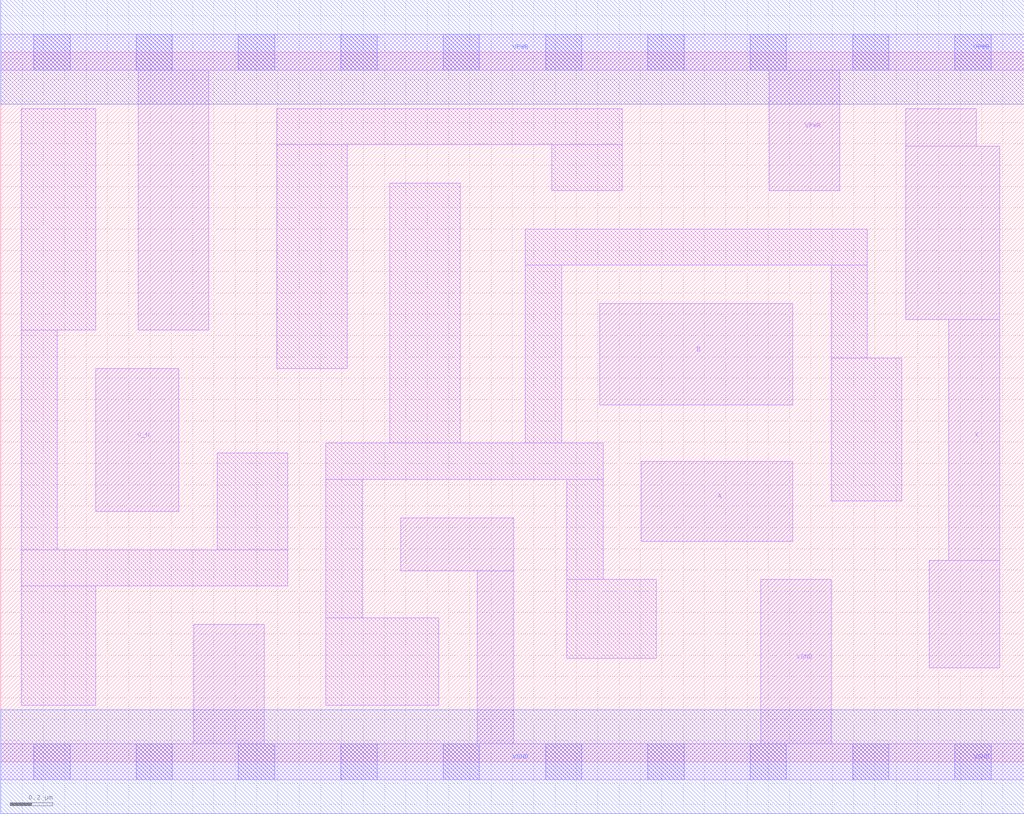
<source format=lef>
# Copyright 2020 The SkyWater PDK Authors
#
# Licensed under the Apache License, Version 2.0 (the "License");
# you may not use this file except in compliance with the License.
# You may obtain a copy of the License at
#
#     https://www.apache.org/licenses/LICENSE-2.0
#
# Unless required by applicable law or agreed to in writing, software
# distributed under the License is distributed on an "AS IS" BASIS,
# WITHOUT WARRANTIES OR CONDITIONS OF ANY KIND, either express or implied.
# See the License for the specific language governing permissions and
# limitations under the License.
#
# SPDX-License-Identifier: Apache-2.0

VERSION 5.7 ;
  NAMESCASESENSITIVE ON ;
  NOWIREEXTENSIONATPIN ON ;
  DIVIDERCHAR "/" ;
  BUSBITCHARS "[]" ;
UNITS
  DATABASE MICRONS 200 ;
END UNITS
MACRO sky130_fd_sc_lp__or3b_lp
  CLASS CORE ;
  SOURCE USER ;
  FOREIGN sky130_fd_sc_lp__or3b_lp ;
  ORIGIN  0.000000  0.000000 ;
  SIZE  4.800000 BY  3.330000 ;
  SYMMETRY X Y R90 ;
  SITE unit ;
  PIN A
    ANTENNAGATEAREA  0.376000 ;
    DIRECTION INPUT ;
    USE SIGNAL ;
    PORT
      LAYER li1 ;
        RECT 3.005000 1.035000 3.715000 1.410000 ;
    END
  END A
  PIN B
    ANTENNAGATEAREA  0.376000 ;
    DIRECTION INPUT ;
    USE SIGNAL ;
    PORT
      LAYER li1 ;
        RECT 2.810000 1.675000 3.715000 2.150000 ;
    END
  END B
  PIN C_N
    ANTENNAGATEAREA  0.376000 ;
    DIRECTION INPUT ;
    USE SIGNAL ;
    PORT
      LAYER li1 ;
        RECT 0.445000 1.175000 0.835000 1.845000 ;
    END
  END C_N
  PIN X
    ANTENNADIFFAREA  0.404700 ;
    DIRECTION OUTPUT ;
    USE SIGNAL ;
    PORT
      LAYER li1 ;
        RECT 4.245000 2.075000 4.685000 2.890000 ;
        RECT 4.245000 2.890000 4.575000 3.065000 ;
        RECT 4.355000 0.440000 4.685000 0.945000 ;
        RECT 4.445000 0.945000 4.685000 2.075000 ;
    END
  END X
  PIN VGND
    DIRECTION INOUT ;
    USE GROUND ;
    PORT
      LAYER li1 ;
        RECT 0.000000 -0.085000 4.800000 0.085000 ;
        RECT 0.905000  0.085000 1.235000 0.645000 ;
        RECT 1.875000  0.895000 2.405000 1.145000 ;
        RECT 2.235000  0.085000 2.405000 0.895000 ;
        RECT 3.565000  0.085000 3.895000 0.855000 ;
      LAYER mcon ;
        RECT 0.155000 -0.085000 0.325000 0.085000 ;
        RECT 0.635000 -0.085000 0.805000 0.085000 ;
        RECT 1.115000 -0.085000 1.285000 0.085000 ;
        RECT 1.595000 -0.085000 1.765000 0.085000 ;
        RECT 2.075000 -0.085000 2.245000 0.085000 ;
        RECT 2.555000 -0.085000 2.725000 0.085000 ;
        RECT 3.035000 -0.085000 3.205000 0.085000 ;
        RECT 3.515000 -0.085000 3.685000 0.085000 ;
        RECT 3.995000 -0.085000 4.165000 0.085000 ;
        RECT 4.475000 -0.085000 4.645000 0.085000 ;
      LAYER met1 ;
        RECT 0.000000 -0.245000 4.800000 0.245000 ;
    END
  END VGND
  PIN VPWR
    DIRECTION INOUT ;
    USE POWER ;
    PORT
      LAYER li1 ;
        RECT 0.000000 3.245000 4.800000 3.415000 ;
        RECT 0.645000 2.025000 0.975000 3.245000 ;
        RECT 3.605000 2.680000 3.935000 3.245000 ;
      LAYER mcon ;
        RECT 0.155000 3.245000 0.325000 3.415000 ;
        RECT 0.635000 3.245000 0.805000 3.415000 ;
        RECT 1.115000 3.245000 1.285000 3.415000 ;
        RECT 1.595000 3.245000 1.765000 3.415000 ;
        RECT 2.075000 3.245000 2.245000 3.415000 ;
        RECT 2.555000 3.245000 2.725000 3.415000 ;
        RECT 3.035000 3.245000 3.205000 3.415000 ;
        RECT 3.515000 3.245000 3.685000 3.415000 ;
        RECT 3.995000 3.245000 4.165000 3.415000 ;
        RECT 4.475000 3.245000 4.645000 3.415000 ;
      LAYER met1 ;
        RECT 0.000000 3.085000 4.800000 3.575000 ;
    END
  END VPWR
  OBS
    LAYER li1 ;
      RECT 0.095000 0.265000 0.445000 0.825000 ;
      RECT 0.095000 0.825000 1.345000 0.995000 ;
      RECT 0.095000 0.995000 0.265000 2.025000 ;
      RECT 0.095000 2.025000 0.445000 3.065000 ;
      RECT 1.015000 0.995000 1.345000 1.450000 ;
      RECT 1.295000 1.845000 1.625000 2.895000 ;
      RECT 1.295000 2.895000 2.915000 3.065000 ;
      RECT 1.525000 0.265000 2.055000 0.675000 ;
      RECT 1.525000 0.675000 1.695000 1.325000 ;
      RECT 1.525000 1.325000 2.825000 1.495000 ;
      RECT 1.825000 1.495000 2.155000 2.715000 ;
      RECT 2.460000 1.495000 2.630000 2.330000 ;
      RECT 2.460000 2.330000 4.065000 2.500000 ;
      RECT 2.585000 2.680000 2.915000 2.895000 ;
      RECT 2.655000 0.485000 3.075000 0.855000 ;
      RECT 2.655000 0.855000 2.825000 1.325000 ;
      RECT 3.895000 1.225000 4.225000 1.895000 ;
      RECT 3.895000 1.895000 4.065000 2.330000 ;
  END
END sky130_fd_sc_lp__or3b_lp

</source>
